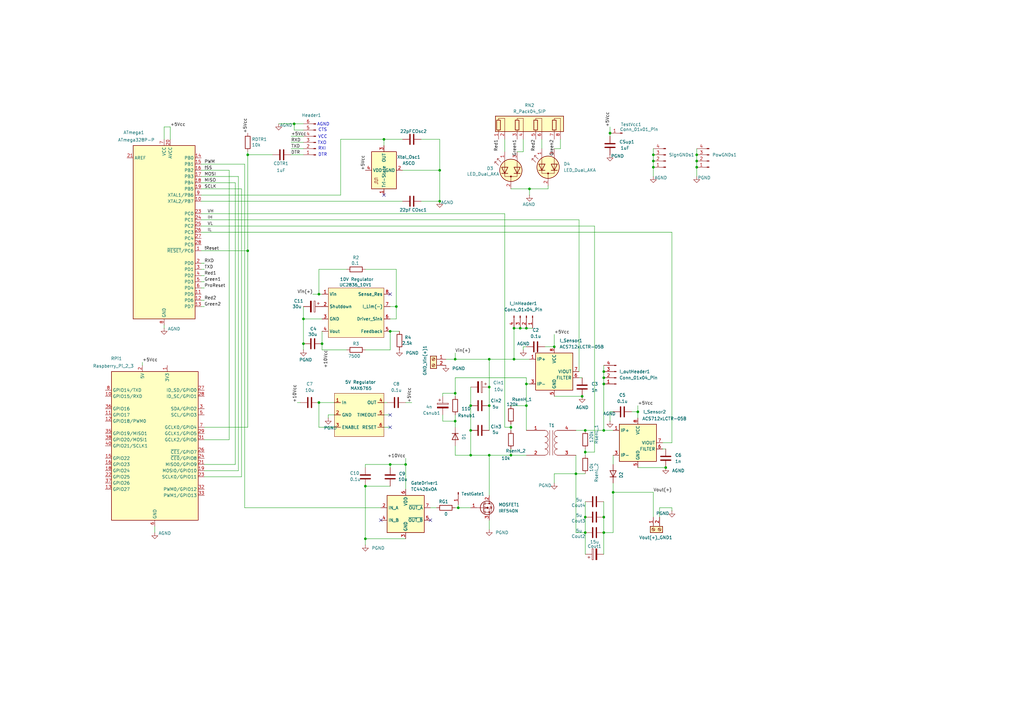
<source format=kicad_sch>
(kicad_sch (version 20250114) (generator "eeschema") (generator_version "9.0")
  (paper "A3")
  (title_block (title "EV Microgrid Flyback Converter") (company "Cal Poly, Senior Project"))
  (lib_symbols
    (symbol "C_1" (pin_numbers (hide yes)) (pin_names (offset 0.254))
      (property "Reference" "C" (at 0.635 2.54 0))
      (property "Value" "C" (at 0.635 -2.54 0))
      (symbol "C_1_1_1"
        (pin passive line (at 0 3.81 270) (length 2.794) (name "~") (number "1"))
        (pin passive line (at 0 -3.81 90) (length 2.794) (name "~") (number "2"))
      )
    )
    (symbol "Connector:Conn_01x01_Pin" (pin_names (offset 1.016) (hide yes))
      (property "Reference" "J" (at 0 2.54 0))
      (property "Value" "Conn_01x01_Pin" (at 0 -2.54 0))
      (symbol "Conn_01x01_Pin_1_1"
        (pin passive line (at 5.08 0 180) (length 3.81) (name "Pin_1") (number "1"))
      )
    )
    (symbol "Connector:Conn_01x04_Pin" (pin_names (offset 1.016) (hide yes))
      (property "Reference" "J" (at 0 5.08 0))
      (property "Value" "Conn_01x04_Pin" (at 0 -7.62 0))
      (symbol "Conn_01x04_Pin_1_1"
        (pin passive line (at 5.08 2.54 180) (length 3.81) (name "Pin_1") (number "1"))
        (pin passive line (at 5.08 0 180) (length 3.81) (name "Pin_2") (number "2"))
        (pin passive line (at 5.08 -2.54 180) (length 3.81) (name "Pin_3") (number "3"))
        (pin passive line (at 5.08 -5.08 180) (length 3.81) (name "Pin_4") (number "4"))
      )
    )
    (symbol "Connector:Raspberry_Pi_2_3"
      (property "Reference" "J" (at -17.78 31.75 0))
      (property "Value" "Raspberry_Pi_2_3" (at 10.16 -31.75 0))
      (symbol "Raspberry_Pi_2_3_1_1"
        (pin bidirectional line (at -20.32 22.86 0) (length 2.54) (name "GPIO14/TXD") (number "8"))
        (pin bidirectional line (at -20.32 20.32 0) (length 2.54) (name "GPIO15/RXD") (number "10"))
        (pin bidirectional line (at -20.32 15.24 0) (length 2.54) (name "GPIO16") (number "36"))
        (pin bidirectional line (at -20.32 12.7 0) (length 2.54) (name "GPIO17") (number "11"))
        (pin bidirectional line (at -20.32 10.16 0) (length 2.54) (name "GPIO18/PWM0") (number "12"))
        (pin bidirectional line (at -20.32 5.08 0) (length 2.54) (name "GPIO19/MISO1") (number "35"))
        (pin bidirectional line (at -20.32 2.54 0) (length 2.54) (name "GPIO20/MOSI1") (number "38"))
        (pin bidirectional line (at -20.32 0 0) (length 2.54) (name "GPIO21/SCLK1") (number "40"))
        (pin bidirectional line (at -20.32 -5.08 0) (length 2.54) (name "GPIO22") (number "15"))
        (pin bidirectional line (at -20.32 -7.62 0) (length 2.54) (name "GPIO23") (number "16"))
        (pin bidirectional line (at -20.32 -10.16 0) (length 2.54) (name "GPIO24") (number "18"))
        (pin bidirectional line (at -20.32 -12.7 0) (length 2.54) (name "GPIO25") (number "22"))
        (pin bidirectional line (at -20.32 -15.24 0) (length 2.54) (name "GPIO26") (number "37"))
        (pin bidirectional line (at -20.32 -17.78 0) (length 2.54) (name "GPIO27") (number "13"))
        (pin power_in line (at -5.08 33.02 270) (length 2.54) (name "5V") (number "2"))
        (pin passive line (at -5.08 33.02 270) (length 2.54) (hide yes) (name "5V") (number "4"))
        (pin passive line (at 0 -33.02 90) (length 2.54) (hide yes) (name "GND") (number "14"))
        (pin passive line (at 0 -33.02 90) (length 2.54) (hide yes) (name "GND") (number "20"))
        (pin passive line (at 0 -33.02 90) (length 2.54) (hide yes) (name "GND") (number "25"))
        (pin passive line (at 0 -33.02 90) (length 2.54) (hide yes) (name "GND") (number "30"))
        (pin passive line (at 0 -33.02 90) (length 2.54) (hide yes) (name "GND") (number "34"))
        (pin passive line (at 0 -33.02 90) (length 2.54) (hide yes) (name "GND") (number "39"))
        (pin power_in line (at 0 -33.02 90) (length 2.54) (name "GND") (number "6"))
        (pin passive line (at 0 -33.02 90) (length 2.54) (hide yes) (name "GND") (number "9"))
        (pin power_in line (at 5.08 33.02 270) (length 2.54) (name "3V3") (number "1"))
        (pin passive line (at 5.08 33.02 270) (length 2.54) (hide yes) (name "3V3") (number "17"))
        (pin bidirectional line (at 20.32 22.86 180) (length 2.54) (name "ID_SD/GPIO0") (number "27"))
        (pin bidirectional line (at 20.32 20.32 180) (length 2.54) (name "ID_SC/GPIO1") (number "28"))
        (pin bidirectional line (at 20.32 15.24 180) (length 2.54) (name "SDA/GPIO2") (number "3"))
        (pin bidirectional line (at 20.32 12.7 180) (length 2.54) (name "SCL/GPIO3") (number "5"))
        (pin bidirectional line (at 20.32 7.62 180) (length 2.54) (name "GCLK0/GPIO4") (number "7"))
        (pin bidirectional line (at 20.32 5.08 180) (length 2.54) (name "GCLK1/GPIO5") (number "29"))
        (pin bidirectional line (at 20.32 2.54 180) (length 2.54) (name "GCLK2/GPIO6") (number "31"))
        (pin bidirectional line (at 20.32 -2.54 180) (length 2.54) (name "~{CE1}/GPIO7") (number "26"))
        (pin bidirectional line (at 20.32 -5.08 180) (length 2.54) (name "~{CE0}/GPIO8") (number "24"))
        (pin bidirectional line (at 20.32 -7.62 180) (length 2.54) (name "MISO0/GPIO9") (number "21"))
        (pin bidirectional line (at 20.32 -10.16 180) (length 2.54) (name "MOSI0/GPIO10") (number "19"))
        (pin bidirectional line (at 20.32 -12.7 180) (length 2.54) (name "SCLK0/GPIO11") (number "23"))
        (pin bidirectional line (at 20.32 -17.78 180) (length 2.54) (name "PWM0/GPIO12") (number "32"))
        (pin bidirectional line (at 20.32 -20.32 180) (length 2.54) (name "PWM1/GPIO13") (number "33"))
      )
    )
    (symbol "Connector:Screw_Terminal_01x02" (pin_names (offset 1.016) (hide yes))
      (property "Reference" "J" (at 0 2.54 0))
      (property "Value" "Screw_Terminal_01x02" (at 0 -5.08 0))
      (symbol "Screw_Terminal_01x02_1_1"
        (pin passive line (at -5.08 0 0) (length 3.81) (name "Pin_1") (number "1"))
        (pin passive line (at -5.08 -2.54 0) (length 3.81) (name "Pin_2") (number "2"))
      )
    )
    (symbol "Device:C" (pin_numbers (hide yes)) (pin_names (offset 0.254))
      (property "Reference" "C" (at 0.635 2.54 0))
      (property "Value" "C" (at 0.635 -2.54 0))
      (symbol "C_1_1"
        (pin passive line (at 0 3.81 270) (length 2.794) (name "~") (number "1"))
        (pin passive line (at 0 -3.81 90) (length 2.794) (name "~") (number "2"))
      )
    )
    (symbol "Device:C_Polarized" (pin_numbers (hide yes)) (pin_names (offset 0.254))
      (property "Reference" "C" (at 0.635 2.54 0))
      (property "Value" "C_Polarized" (at 0.635 -2.54 0))
      (symbol "C_Polarized_1_1"
        (pin passive line (at 0 3.81 270) (length 2.794) (name "~") (number "1"))
        (pin passive line (at 0 -3.81 90) (length 2.794) (name "~") (number "2"))
      )
    )
    (symbol "Device:D" (pin_numbers (hide yes)) (pin_names (offset 1.016) (hide yes))
      (property "Reference" "D" (at 0 2.54 0))
      (property "Value" "D" (at 0 -2.54 0))
      (symbol "D_1_1"
        (pin passive line (at -3.81 0 0) (length 2.54) (name "K") (number "1"))
        (pin passive line (at 3.81 0 180) (length 2.54) (name "A") (number "2"))
      )
    )
    (symbol "Device:LED_Dual_AKA" (pin_names (offset 0) (hide yes))
      (property "Reference" "D" (at 0 5.715 0))
      (property "Value" "LED_Dual_AKA" (at 0 -6.35 0))
      (symbol "LED_Dual_AKA_1_1"
        (pin input line (at -7.62 0 0) (length 3.048) (name "K") (number "2"))
        (pin input line (at 7.62 2.54 180) (length 3.81) (name "A1") (number "1"))
        (pin input line (at 7.62 -2.54 180) (length 3.81) (name "A2") (number "3"))
      )
    )
    (symbol "Device:R" (pin_numbers (hide yes)) (pin_names (offset 0))
      (property "Reference" "R" (at 2.032 0 90))
      (property "Value" "R" (at 0 0 90))
      (symbol "R_1_1"
        (pin passive line (at 0 3.81 270) (length 1.27) (name "~") (number "1"))
        (pin passive line (at 0 -3.81 90) (length 1.27) (name "~") (number "2"))
      )
    )
    (symbol "Device:R_Pack04_SIP" (pin_names (offset 0) (hide yes))
      (property "Reference" "RN" (at -15.24 0 90))
      (property "Value" "R_Pack04_SIP" (at 15.24 0 90))
      (symbol "R_Pack04_SIP_1_1"
        (pin passive line (at -12.7 -5.08 90) (length 3.81) (name "R1.1") (number "1"))
        (pin passive line (at -10.16 -5.08 90) (length 3.81) (name "R1.2") (number "2"))
        (pin passive line (at -5.08 -5.08 90) (length 3.81) (name "R2.1") (number "3"))
        (pin passive line (at -2.54 -5.08 90) (length 3.81) (name "R2.2") (number "4"))
        (pin passive line (at 2.54 -5.08 90) (length 3.81) (name "R3.1") (number "5"))
        (pin passive line (at 5.08 -5.08 90) (length 3.81) (name "R3.2") (number "6"))
        (pin passive line (at 10.16 -5.08 90) (length 3.81) (name "R4.1") (number "7"))
        (pin passive line (at 12.7 -5.08 90) (length 3.81) (name "R4.2") (number "8"))
      )
    )
    (symbol "Device:Transformer_1P_1S" (pin_names (offset 1.016) (hide yes))
      (property "Reference" "T" (at 0 6.35 0))
      (property "Value" "Transformer_1P_1S" (at 0 -7.62 0))
      (symbol "Transformer_1P_1S_1_1"
        (pin passive line (at -10.16 5.08 0) (length 7.62) (name "AA") (number "1"))
        (pin passive line (at -10.16 -5.08 0) (length 7.62) (name "AB") (number "2"))
        (pin passive line (at 10.16 5.08 180) (length 7.62) (name "SB") (number "4"))
        (pin passive line (at 10.16 -5.08 180) (length 7.62) (name "SA") (number "3"))
      )
    )
    (symbol "Driver_FET:TC4426xOA"
      (property "Reference" "U" (at -7.62 8.89 0))
      (property "Value" "TC4426xOA" (at 1.27 8.89 0))
      (symbol "TC4426xOA_1_1"
        (pin input line (at -10.16 2.54 0) (length 2.54) (name "IN_A") (number "2"))
        (pin input line (at -10.16 -2.54 0) (length 2.54) (name "IN_B") (number "4"))
        (pin no_connect line (at -7.62 0 0) (length 2.54) (hide yes) (name "NC") (number "1"))
        (pin power_in line (at 0 10.16 270) (length 2.54) (name "VDD") (number "6"))
        (pin power_in line (at 0 -10.16 90) (length 2.54) (name "GND") (number "3"))
        (pin no_connect line (at 7.62 0 180) (length 2.54) (hide yes) (name "NC") (number "8"))
        (pin output line (at 10.16 2.54 180) (length 2.54) (name "~{OUT_A}") (number "7"))
        (pin output line (at 10.16 -2.54 180) (length 2.54) (name "~{OUT_B}") (number "5"))
      )
    )
    (symbol "MCU_Microchip_ATmega:ATmega328P-P"
      (property "Reference" "U" (at -12.7 36.83 0))
      (property "Value" "ATmega328P-P" (at 2.54 -36.83 0))
      (symbol "ATmega328P-P_1_1"
        (pin passive line (at -15.24 30.48 0) (length 2.54) (name "AREF") (number "21"))
        (pin power_in line (at 0 38.1 270) (length 2.54) (name "VCC") (number "7"))
        (pin passive line (at 0 -38.1 90) (length 2.54) (hide yes) (name "GND") (number "22"))
        (pin power_in line (at 0 -38.1 90) (length 2.54) (name "GND") (number "8"))
        (pin power_in line (at 2.54 38.1 270) (length 2.54) (name "AVCC") (number "20"))
        (pin bidirectional line (at 15.24 30.48 180) (length 2.54) (name "PB0") (number "14"))
        (pin bidirectional line (at 15.24 27.94 180) (length 2.54) (name "PB1") (number "15"))
        (pin bidirectional line (at 15.24 25.4 180) (length 2.54) (name "PB2") (number "16"))
        (pin bidirectional line (at 15.24 22.86 180) (length 2.54) (name "PB3") (number "17"))
        (pin bidirectional line (at 15.24 20.32 180) (length 2.54) (name "PB4") (number "18"))
        (pin bidirectional line (at 15.24 17.78 180) (length 2.54) (name "PB5") (number "19"))
        (pin bidirectional line (at 15.24 15.24 180) (length 2.54) (name "XTAL1/PB6") (number "9"))
        (pin bidirectional line (at 15.24 12.7 180) (length 2.54) (name "XTAL2/PB7") (number "10"))
        (pin bidirectional line (at 15.24 7.62 180) (length 2.54) (name "PC0") (number "23"))
        (pin bidirectional line (at 15.24 5.08 180) (length 2.54) (name "PC1") (number "24"))
        (pin bidirectional line (at 15.24 2.54 180) (length 2.54) (name "PC2") (number "25"))
        (pin bidirectional line (at 15.24 0 180) (length 2.54) (name "PC3") (number "26"))
        (pin bidirectional line (at 15.24 -2.54 180) (length 2.54) (name "PC4") (number "27"))
        (pin bidirectional line (at 15.24 -5.08 180) (length 2.54) (name "PC5") (number "28"))
        (pin bidirectional line (at 15.24 -7.62 180) (length 2.54) (name "~{RESET}/PC6") (number "1"))
        (pin bidirectional line (at 15.24 -12.7 180) (length 2.54) (name "PD0") (number "2"))
        (pin bidirectional line (at 15.24 -15.24 180) (length 2.54) (name "PD1") (number "3"))
        (pin bidirectional line (at 15.24 -17.78 180) (length 2.54) (name "PD2") (number "4"))
        (pin bidirectional line (at 15.24 -20.32 180) (length 2.54) (name "PD3") (number "5"))
        (pin bidirectional line (at 15.24 -22.86 180) (length 2.54) (name "PD4") (number "6"))
        (pin bidirectional line (at 15.24 -25.4 180) (length 2.54) (name "PD5") (number "11"))
        (pin bidirectional line (at 15.24 -27.94 180) (length 2.54) (name "PD6") (number "12"))
        (pin bidirectional line (at 15.24 -30.48 180) (length 2.54) (name "PD7") (number "13"))
      )
    )
    (symbol "New_Library:MAX6765"
      (property "Reference" "MAX6765" (at 0.762 0.762 0))
      (property "Value" "5V Regulator" (at 0.508 3.302 0))
      (symbol "MAX6765_1_1"
        (pin input line (at -10.16 -5.08 0) (length 2.54) (name "In") (number "1"))
        (pin input line (at -10.16 -10.16 0) (length 2.54) (name "GND") (number "2"))
        (pin input line (at -10.16 -15.24 0) (length 2.54) (name "ENABLE") (number "3"))
        (pin input line (at 10.16 -5.08 180) (length 2.54) (name "OUT") (number "4"))
        (pin input line (at 10.16 -10.16 180) (length 2.54) (name "TIMEOUT") (number "5"))
        (pin input line (at 10.16 -15.24 180) (length 2.54) (name "RESET") (number "6"))
      )
    )
    (symbol "Oscillator:ASCO"
      (property "Reference" "Y" (at -7.62 6.35 0))
      (property "Value" "ASCO" (at 1.27 -6.35 0))
      (symbol "ASCO_1_1"
        (pin input line (at -10.16 0 0) (length 2.54) (name "Tri-State") (number "1"))
        (pin power_in line (at 0 7.62 270) (length 2.54) (name "VDD") (number "4"))
        (pin power_in line (at 0 -7.62 90) (length 2.54) (name "GND") (number "2"))
        (pin output line (at 10.16 0 180) (length 2.54) (name "OUT") (number "3"))
      )
    )
    (symbol "Regulator:UC2836D"
      (property "Reference" "UC2836D" (at 0 0 0))
      (symbol "UC2836D_1_1"
        (pin input line (at -13.97 -3.81 0) (length 2.54) (name "Vin") (number "1"))
        (pin input line (at -13.97 -8.89 0) (length 2.54) (name "Shutdown") (number "2"))
        (pin output line (at -13.97 -13.97 0) (length 2.54) (name "GND") (number "3"))
        (pin output line (at -13.97 -19.05 0) (length 2.54) (name "Vout") (number "4"))
        (pin unspecified line (at 13.97 -3.81 180) (length 2.54) (name "Sense_Res") (number "8"))
        (pin output line (at 13.97 -8.89 180) (length 2.54) (name "I_Lim(-)") (number "7"))
        (pin input line (at 13.97 -13.97 180) (length 2.54) (name "Driver_Sink") (number "6"))
        (pin input line (at 13.97 -19.05 180) (length 2.54) (name "Feedback") (number "5"))
      )
    )
    (symbol "Sensor_Current:ACS712xLCTR-05B"
      (property "Reference" "U" (at 2.54 11.43 0))
      (property "Value" "ACS712xLCTR-05B" (at 2.54 8.89 0))
      (symbol "ACS712xLCTR-05B_1_1"
        (pin passive line (at -10.16 5.08 0) (length 2.54) (name "IP+") (number "1"))
        (pin passive line (at -10.16 5.08 0) (length 2.54) (hide yes) (name "IP+") (number "2"))
        (pin passive line (at -10.16 -5.08 0) (length 2.54) (name "IP-") (number "3"))
        (pin passive line (at -10.16 -5.08 0) (length 2.54) (hide yes) (name "IP-") (number "4"))
        (pin power_in line (at 0 10.16 270) (length 2.54) (name "VCC") (number "8"))
        (pin power_in line (at 0 -10.16 90) (length 2.54) (name "GND") (number "5"))
        (pin output line (at 10.16 0 180) (length 2.54) (name "VIOUT") (number "7"))
        (pin passive line (at 10.16 -2.54 180) (length 2.54) (name "FILTER") (number "6"))
      )
    )
    (symbol "Transistor_FET:IRF540N" (pin_names (hide yes))
      (property "Reference" "Q" (at 5.08 1.905 0))
      (property "Value" "IRF540N" (at 5.08 0 0))
      (symbol "IRF540N_1_1"
        (pin input line (at -5.08 0 0) (length 2.54) (name "G") (number "1"))
        (pin passive line (at 2.54 5.08 270) (length 2.54) (name "D") (number "2"))
        (pin passive line (at 2.54 -5.08 90) (length 2.54) (name "S") (number "3"))
      )
    )
    (symbol "conn_01x06_male:Conn_01x06_Male" (pin_names (offset 1.016) (hide yes))
      (property "Reference" "HeaderFTDI1" (at -6.35 -1.524 0))
      (property "Value" "Conn_01x06_Male" (at -6.35 -3.8354 0))
      (symbol "Conn_01x06_Male_1_1"
        (pin passive line (at 5.08 5.08 180) (length 3.81) (name "Pin_1") (number "1"))
        (pin passive line (at 5.08 2.54 180) (length 3.81) (name "Pin_2") (number "2"))
        (pin passive line (at 5.08 0 180) (length 3.81) (name "Pin_3") (number "3"))
        (pin passive line (at 5.08 -2.54 180) (length 3.81) (name "Pin_4") (number "4"))
        (pin passive line (at 5.08 -5.08 180) (length 3.81) (name "Pin_5") (number "5"))
        (pin passive line (at 5.08 -7.62 180) (length 3.81) (name "Pin_6") (number "6"))
      )
    )
    (symbol "power:GND" (power) (pin_numbers (hide yes)) (pin_names (offset 0) (hide yes))
      (property "Value" "GND" (at 0 -3.81 0))
      (symbol "GND_1_1"
        (pin power_in line (at 0 0 270) (length 0) (name "~") (number "1"))
      )
    )
  )
  (text "AGND\n\n" (at 132.588 52.07 0) (effects (font (size 1.27 1.27))))
  (text "VCC" (at 132.334 56.134 0) (effects (font (size 1.27 1.27))))
  (text "RXI\n" (at 132.08 60.96 0) (effects (font (size 1.27 1.27))))
  (text "CTS\n" (at 132.334 53.34 0) (effects (font (size 1.27 1.27))))
  (text "TXO\n\n" (at 132.08 59.69 0) (effects (font (size 1.27 1.27))))
  (text "DTR\n" (at 132.334 63.5 0) (effects (font (size 1.27 1.27))))
  (junction (at 285.75 68.58))
  (junction (at 187.96 208.28))
  (junction (at 209.55 175.26))
  (junction (at 193.04 166.37))
  (junction (at 217.17 77.47))
  (junction (at 285.75 63.5))
  (junction (at 285.75 66.04))
  (junction (at 240.03 185.42))
  (junction (at 200.66 186.69))
  (junction (at 186.69 172.72))
  (junction (at 238.76 162.56))
  (junction (at 247.65 154.94))
  (junction (at 273.05 191.77))
  (junction (at 130.81 165.1))
  (junction (at 247.65 176.53))
  (junction (at 250.19 54.61))
  (junction (at 215.9 166.37))
  (junction (at 210.82 134.62))
  (junction (at 240.03 212.09))
  (junction (at 240.03 176.53))
  (junction (at 120.65 50.8))
  (junction (at 160.02 135.89))
  (junction (at 267.97 66.04))
  (junction (at 124.46 130.81))
  (junction (at 251.46 201.93))
  (junction (at 213.36 134.62))
  (junction (at 180.34 69.85))
  (junction (at 227.33 142.24))
  (junction (at 101.6 63.5))
  (junction (at 186.69 147.32))
  (junction (at 157.48 57.15))
  (junction (at 261.62 168.91))
  (junction (at 236.22 194.31))
  (junction (at 247.65 157.48))
  (junction (at 130.81 120.65))
  (junction (at 149.86 199.39))
  (junction (at 101.6 102.87))
  (junction (at 267.97 68.58))
  (junction (at 215.9 157.48))
  (junction (at 215.9 134.62))
  (junction (at 240.03 218.44))
  (junction (at 166.37 190.5))
  (junction (at 149.86 220.98))
  (junction (at 247.65 212.09))
  (junction (at 210.82 147.32))
  (junction (at 267.97 63.5))
  (junction (at 193.04 176.53))
  (junction (at 247.65 218.44))
  (junction (at 200.66 166.37))
  (junction (at 247.65 152.4))
  (junction (at 200.66 158.75))
  (junction (at 162.56 125.73))
  (junction (at 200.66 147.32))
  (junction (at 132.08 140.97))
  (junction (at 209.55 186.69))
  (junction (at 180.34 82.55))
  (junction (at 186.69 161.29))
  (junction (at 160.02 190.5))
  (junction (at 193.04 186.69))
  (junction (at 124.46 140.97))
  (no_connect (at 160.02 120.65))
  (no_connect (at 160.02 175.26))
  (no_connect (at 176.53 213.36))
  (no_connect (at 156.21 213.36))
  (no_connect (at 157.48 80.01))
  (no_connect (at 160.02 170.18))
  (wire (pts (xy 130.81 175.26) (xy 130.81 165.1)))
  (wire (pts (xy 209.55 166.37) (xy 215.9 166.37)))
  (wire (pts (xy 217.17 77.47) (xy 217.17 80.01)))
  (wire (pts (xy 149.86 199.39) (xy 160.02 199.39)))
  (wire (pts (xy 236.22 194.31) (xy 236.22 218.44)))
  (wire (pts (xy 101.6 63.5) (xy 111.76 63.5)))
  (wire (pts (xy 215.9 154.94) (xy 215.9 157.48)))
  (wire (pts (xy 182.88 147.32) (xy 186.69 147.32)))
  (wire (pts (xy 67.31 133.35) (xy 67.31 134.62)))
  (wire (pts (xy 247.65 157.48) (xy 247.65 176.53)))
  (wire (pts (xy 261.62 191.77) (xy 273.05 191.77)))
  (wire (pts (xy 119.38 63.5) (xy 124.46 63.5)))
  (wire (pts (xy 209.55 173.99) (xy 209.55 175.26)))
  (wire (pts (xy 162.56 130.81) (xy 162.56 125.73)))
  (wire (pts (xy 181.61 161.29) (xy 186.69 161.29)))
  (wire (pts (xy 120.65 50.8) (xy 120.65 53.34)))
  (wire (pts (xy 67.31 57.15) (xy 67.31 52.07)))
  (wire (pts (xy 67.31 52.07) (xy 69.85 52.07)))
  (wire (pts (xy 96.52 74.93) (xy 82.55 74.93)))
  (wire (pts (xy 267.97 66.04) (xy 267.97 68.58)))
  (wire (pts (xy 139.7 57.15) (xy 139.7 80.01)))
  (wire (pts (xy 200.66 147.32) (xy 210.82 147.32)))
  (wire (pts (xy 82.55 118.11) (xy 83.82 118.11)))
  (wire (pts (xy 130.81 120.65) (xy 130.81 110.49)))
  (wire (pts (xy 162.56 125.73) (xy 160.02 125.73)))
  (wire (pts (xy 243.84 185.42) (xy 240.03 185.42)))
  (wire (pts (xy 157.48 165.1) (xy 158.75 165.1)))
  (wire (pts (xy 186.69 172.72) (xy 186.69 170.18)))
  (wire (pts (xy 82.55 87.63) (xy 207.01 87.63)))
  (wire (pts (xy 224.79 77.47) (xy 224.79 76.2)))
  (wire (pts (xy 193.04 166.37) (xy 193.04 176.53)))
  (wire (pts (xy 83.82 193.04) (xy 97.79 193.04)))
  (wire (pts (xy 210.82 134.62) (xy 210.82 147.32)))
  (wire (pts (xy 128.27 120.65) (xy 130.81 120.65)))
  (wire (pts (xy 82.55 123.19) (xy 83.82 123.19)))
  (wire (pts (xy 227.33 194.31) (xy 236.22 194.31)))
  (wire (pts (xy 207.01 87.63) (xy 207.01 175.26)))
  (wire (pts (xy 97.79 193.04) (xy 97.79 72.39)))
  (wire (pts (xy 236.22 186.69) (xy 236.22 194.31)))
  (wire (pts (xy 187.96 208.28) (xy 193.04 208.28)))
  (wire (pts (xy 247.65 212.09) (xy 247.65 205.74)))
  (wire (pts (xy 132.08 143.51) (xy 142.24 143.51)))
  (wire (pts (xy 130.81 110.49) (xy 142.24 110.49)))
  (wire (pts (xy 193.04 176.53) (xy 193.04 186.69)))
  (wire (pts (xy 285.75 68.58) (xy 285.75 72.39)))
  (wire (pts (xy 209.55 175.26) (xy 209.55 176.53)))
  (wire (pts (xy 250.19 54.61) (xy 250.19 55.88)))
  (wire (pts (xy 166.37 190.5) (xy 166.37 187.96)))
  (wire (pts (xy 82.55 82.55) (xy 165.1 82.55)))
  (wire (pts (xy 83.82 175.26) (xy 101.6 175.26)))
  (wire (pts (xy 193.04 158.75) (xy 193.04 166.37)))
  (wire (pts (xy 99.06 77.47) (xy 82.55 77.47)))
  (wire (pts (xy 223.52 142.24) (xy 227.33 142.24)))
  (wire (pts (xy 247.65 176.53) (xy 251.46 176.53)))
  (wire (pts (xy 132.08 140.97) (xy 132.08 143.51)))
  (wire (pts (xy 157.48 57.15) (xy 157.48 59.69)))
  (wire (pts (xy 270.51 208.28) (xy 270.51 212.09)))
  (wire (pts (xy 124.46 125.73) (xy 124.46 130.81)))
  (wire (pts (xy 100.33 208.28) (xy 156.21 208.28)))
  (wire (pts (xy 247.65 149.86) (xy 247.65 152.4)))
  (wire (pts (xy 247.65 152.4) (xy 247.65 154.94)))
  (wire (pts (xy 267.97 201.93) (xy 251.46 201.93)))
  (wire (pts (xy 247.65 218.44) (xy 251.46 218.44)))
  (wire (pts (xy 82.55 110.49) (xy 83.82 110.49)))
  (wire (pts (xy 162.56 110.49) (xy 162.56 125.73)))
  (wire (pts (xy 236.22 176.53) (xy 240.03 176.53)))
  (wire (pts (xy 82.55 107.95) (xy 83.82 107.95)))
  (wire (pts (xy 186.69 162.56) (xy 186.69 161.29)))
  (wire (pts (xy 251.46 218.44) (xy 251.46 201.93)))
  (wire (pts (xy 149.86 110.49) (xy 162.56 110.49)))
  (wire (pts (xy 121.92 165.1) (xy 123.19 165.1)))
  (wire (pts (xy 214.63 142.24) (xy 214.63 143.51)))
  (wire (pts (xy 101.6 62.23) (xy 101.6 63.5)))
  (wire (pts (xy 82.55 102.87) (xy 101.6 102.87)))
  (wire (pts (xy 251.46 168.91) (xy 250.19 168.91)))
  (wire (pts (xy 285.75 63.5) (xy 285.75 66.04)))
  (wire (pts (xy 250.19 168.91) (xy 250.19 172.72)))
  (wire (pts (xy 240.03 218.44) (xy 240.03 212.09)))
  (wire (pts (xy 101.6 102.87) (xy 101.6 63.5)))
  (wire (pts (xy 82.55 92.71) (xy 243.84 92.71)))
  (wire (pts (xy 271.78 181.61) (xy 275.59 181.61)))
  (wire (pts (xy 247.65 227.33) (xy 247.65 218.44)))
  (wire (pts (xy 237.49 152.4) (xy 237.49 90.17)))
  (wire (pts (xy 236.22 194.31) (xy 240.03 194.31)))
  (wire (pts (xy 222.25 57.15) (xy 222.25 60.96)))
  (wire (pts (xy 227.33 137.16) (xy 227.33 142.24)))
  (wire (pts (xy 120.65 50.8) (xy 124.46 50.8)))
  (wire (pts (xy 209.55 184.15) (xy 209.55 186.69)))
  (wire (pts (xy 58.42 148.59) (xy 58.42 149.86)))
  (wire (pts (xy 82.55 69.85) (xy 93.98 69.85)))
  (wire (pts (xy 207.01 57.15) (xy 207.01 62.23)))
  (wire (pts (xy 82.55 95.25) (xy 275.59 95.25)))
  (wire (pts (xy 160.02 135.89) (xy 163.83 135.89)))
  (wire (pts (xy 200.66 158.75) (xy 200.66 166.37)))
  (wire (pts (xy 97.79 72.39) (xy 82.55 72.39)))
  (wire (pts (xy 139.7 57.15) (xy 157.48 57.15)))
  (wire (pts (xy 259.08 168.91) (xy 261.62 168.91)))
  (wire (pts (xy 139.7 80.01) (xy 82.55 80.01)))
  (wire (pts (xy 119.38 60.96) (xy 124.46 60.96)))
  (wire (pts (xy 63.5 215.9) (xy 63.5 218.44)))
  (wire (pts (xy 267.97 60.96) (xy 267.97 63.5)))
  (wire (pts (xy 209.55 186.69) (xy 200.66 186.69)))
  (wire (pts (xy 267.97 201.93) (xy 267.97 212.09)))
  (wire (pts (xy 186.69 144.78) (xy 186.69 147.32)))
  (wire (pts (xy 215.9 157.48) (xy 215.9 166.37)))
  (wire (pts (xy 285.75 60.96) (xy 285.75 63.5)))
  (wire (pts (xy 119.38 55.88) (xy 124.46 55.88)))
  (wire (pts (xy 209.55 77.47) (xy 217.17 77.47)))
  (wire (pts (xy 181.61 170.18) (xy 181.61 172.72)))
  (wire (pts (xy 247.65 154.94) (xy 247.65 157.48)))
  (wire (pts (xy 210.82 134.62) (xy 213.36 134.62)))
  (wire (pts (xy 180.34 57.15) (xy 180.34 69.85)))
  (wire (pts (xy 237.49 90.17) (xy 82.55 90.17)))
  (wire (pts (xy 119.38 58.42) (xy 124.46 58.42)))
  (wire (pts (xy 100.33 67.31) (xy 100.33 208.28)))
  (wire (pts (xy 186.69 175.26) (xy 186.69 172.72)))
  (wire (pts (xy 137.16 165.1) (xy 130.81 165.1)))
  (wire (pts (xy 217.17 77.47) (xy 224.79 77.47)))
  (wire (pts (xy 160.02 170.18) (xy 157.48 170.18)))
  (wire (pts (xy 207.01 175.26) (xy 209.55 175.26)))
  (wire (pts (xy 236.22 218.44) (xy 240.03 218.44)))
  (wire (pts (xy 181.61 162.56) (xy 181.61 161.29)))
  (wire (pts (xy 176.53 208.28) (xy 179.07 208.28)))
  (wire (pts (xy 124.46 130.81) (xy 132.08 130.81)))
  (wire (pts (xy 270.51 208.28) (xy 275.59 208.28)))
  (wire (pts (xy 227.33 60.96) (xy 229.87 60.96)))
  (wire (pts (xy 82.55 67.31) (xy 100.33 67.31)))
  (wire (pts (xy 215.9 142.24) (xy 214.63 142.24)))
  (wire (pts (xy 160.02 190.5) (xy 160.02 191.77)))
  (wire (pts (xy 157.48 57.15) (xy 165.1 57.15)))
  (wire (pts (xy 149.86 220.98) (xy 149.86 223.52)))
  (wire (pts (xy 229.87 57.15) (xy 229.87 60.96)))
  (wire (pts (xy 124.46 143.51) (xy 124.46 140.97)))
  (wire (pts (xy 82.55 115.57) (xy 83.82 115.57)))
  (wire (pts (xy 200.66 213.36) (xy 200.66 217.17)))
  (wire (pts (xy 267.97 68.58) (xy 267.97 72.39)))
  (wire (pts (xy 160.02 130.81) (xy 162.56 130.81)))
  (wire (pts (xy 82.55 113.03) (xy 83.82 113.03)))
  (wire (pts (xy 217.17 157.48) (xy 215.9 157.48)))
  (wire (pts (xy 240.03 212.09) (xy 240.03 205.74)))
  (wire (pts (xy 200.66 147.32) (xy 200.66 158.75)))
  (wire (pts (xy 243.84 92.71) (xy 243.84 185.42)))
  (wire (pts (xy 240.03 185.42) (xy 240.03 184.15)))
  (wire (pts (xy 187.96 207.01) (xy 187.96 208.28)))
  (wire (pts (xy 166.37 165.1) (xy 168.91 165.1)))
  (wire (pts (xy 186.69 154.94) (xy 215.9 154.94)))
  (wire (pts (xy 215.9 166.37) (xy 215.9 176.53)))
  (wire (pts (xy 134.62 170.18) (xy 137.16 170.18)))
  (wire (pts (xy 186.69 161.29) (xy 186.69 154.94)))
  (wire (pts (xy 130.81 175.26) (xy 137.16 175.26)))
  (wire (pts (xy 96.52 190.5) (xy 96.52 74.93)))
  (wire (pts (xy 210.82 147.32) (xy 217.17 147.32)))
  (wire (pts (xy 200.66 166.37) (xy 200.66 176.53)))
  (wire (pts (xy 149.86 199.39) (xy 149.86 220.98)))
  (wire (pts (xy 180.34 69.85) (xy 180.34 82.55)))
  (wire (pts (xy 101.6 175.26) (xy 101.6 102.87)))
  (wire (pts (xy 186.69 186.69) (xy 186.69 182.88)))
  (wire (pts (xy 212.09 62.23) (xy 214.63 62.23)))
  (wire (pts (xy 251.46 201.93) (xy 251.46 198.12)))
  (wire (pts (xy 149.86 190.5) (xy 160.02 190.5)))
  (wire (pts (xy 186.69 186.69) (xy 193.04 186.69)))
  (wire (pts (xy 227.33 198.12) (xy 227.33 194.31)))
  (wire (pts (xy 275.59 95.25) (xy 275.59 181.61)))
  (wire (pts (xy 251.46 186.69) (xy 251.46 190.5)))
  (wire (pts (xy 149.86 191.77) (xy 149.86 190.5)))
  (wire (pts (xy 83.82 190.5) (xy 96.52 190.5)))
  (wire (pts (xy 124.46 53.34) (xy 120.65 53.34)))
  (wire (pts (xy 93.98 180.34) (xy 83.82 180.34)))
  (wire (pts (xy 160.02 175.26) (xy 157.48 175.26)))
  (wire (pts (xy 186.69 147.32) (xy 200.66 147.32)))
  (wire (pts (xy 193.04 186.69) (xy 200.66 186.69)))
  (wire (pts (xy 124.46 130.81) (xy 124.46 140.97)))
  (wire (pts (xy 240.03 227.33) (xy 240.03 218.44)))
  (wire (pts (xy 261.62 168.91) (xy 261.62 171.45)))
  (wire (pts (xy 166.37 190.5) (xy 160.02 190.5)))
  (wire (pts (xy 99.06 195.58) (xy 99.06 77.47)))
  (wire (pts (xy 240.03 176.53) (xy 247.65 176.53)))
  (wire (pts (xy 130.81 120.65) (xy 132.08 120.65)))
  (wire (pts (xy 93.98 180.34) (xy 93.98 69.85)))
  (wire (pts (xy 172.72 82.55) (xy 180.34 82.55)))
  (wire (pts (xy 261.62 166.37) (xy 261.62 168.91)))
  (wire (pts (xy 285.75 66.04) (xy 285.75 68.58)))
  (wire (pts (xy 186.69 208.28) (xy 187.96 208.28)))
  (wire (pts (xy 215.9 186.69) (xy 209.55 186.69)))
  (wire (pts (xy 82.55 125.73) (xy 83.82 125.73)))
  (wire (pts (xy 69.85 52.07) (xy 69.85 57.15)))
  (wire (pts (xy 165.1 69.85) (xy 180.34 69.85)))
  (wire (pts (xy 83.82 195.58) (xy 99.06 195.58)))
  (wire (pts (xy 267.97 63.5) (xy 267.97 66.04)))
  (wire (pts (xy 114.3 50.8) (xy 120.65 50.8)))
  (wire (pts (xy 200.66 186.69) (xy 200.66 203.2)))
  (wire (pts (xy 240.03 186.69) (xy 240.03 185.42)))
  (wire (pts (xy 275.59 208.28) (xy 275.59 209.55)))
  (wire (pts (xy 134.62 170.18) (xy 134.62 171.45)))
  (wire (pts (xy 250.19 52.07) (xy 250.19 54.61)))
  (wire (pts (xy 247.65 218.44) (xy 247.65 212.09)))
  (wire (pts (xy 215.9 134.62) (xy 218.44 134.62)))
  (wire (pts (xy 149.86 220.98) (xy 166.37 220.98)))
  (wire (pts (xy 166.37 190.5) (xy 166.37 200.66)))
  (wire (pts (xy 213.36 134.62) (xy 215.9 134.62)))
  (wire (pts (xy 238.76 154.94) (xy 237.49 154.94)))
  (wire (pts (xy 214.63 57.15) (xy 214.63 62.23)))
  (wire (pts (xy 160.02 143.51) (xy 160.02 135.89)))
  (wire (pts (xy 227.33 162.56) (xy 238.76 162.56)))
  (wire (pts (xy 273.05 184.15) (xy 271.78 184.15)))
  (wire (pts (xy 181.61 172.72) (xy 186.69 172.72)))
  (wire (pts (xy 149.86 143.51) (xy 160.02 143.51)))
  (wire (pts (xy 132.08 135.89) (xy 132.08 140.97)))
  (wire (pts (xy 180.34 57.15) (xy 172.72 57.15)))
  (label "VL" (at 85.09 92.71 0))
  (label "Vin(+)" (at 186.69 144.78 0))
  (label "Red1" (at 204.47 57.15 270))
  (label "SCLK" (at 83.82 77.47 0))
  (label "PWM" (at 83.82 67.31 0))
  (label "RXD" (at 119.38 58.42 0))
  (label "Red1" (at 83.82 113.03 0))
  (label "Vout(+)" (at 267.97 201.93 0))
  (label "Red2" (at 219.71 57.15 270))
  (label "+5Vcc" (at 168.91 165.1 90))
  (label "Vin(+)" (at 128.27 120.65 180))
  (label "ProReset" (at 83.82 118.11 0))
  (label "+5Vcc" (at 58.42 148.59 0))
  (label "MOSI" (at 83.82 72.39 0))
  (label "!SS" (at 83.82 69.85 0))
  (label "+10Vcc" (at 121.92 165.1 90))
  (label "+5Vcc" (at 149.86 69.85 90))
  (label "DTR" (at 119.38 63.5 0))
  (label "Green1" (at 83.82 115.57 0))
  (label "+5Vcc" (at 250.19 52.07 90))
  (label "MISO" (at 83.82 74.93 0))
  (label "RXD" (at 83.82 107.95 0))
  (label "IL" (at 85.09 95.25 0))
  (label "Green1" (at 212.09 57.15 270))
  (label "VH" (at 85.09 87.63 0))
  (label "+5Vcc" (at 69.85 52.07 0))
  (label "Green2" (at 227.33 57.15 270))
  (label "+5Vcc" (at 261.62 166.37 0))
  (label "Green2" (at 83.82 125.73 0))
  (label "!Reset" (at 83.82 102.87 0))
  (label "+10Vcc" (at 166.37 187.96 180))
  (label "+5Vcc" (at 227.33 137.16 0))
  (label "+5Vcc" (at 101.6 54.61 90))
  (label "IH" (at 85.09 90.17 0))
  (label "TXD" (at 83.82 110.49 0))
  (label "TXD" (at 119.38 60.96 0))
  (label "Red2" (at 83.82 123.19 0))
  (label "+10Vcc" (at 134.62 143.51 270))
  (label "+5Vcc" (at 119.38 55.88 0))
  (symbol (lib_id "power:GND") (at 275.59 209.55 0) (unit 1)
    (property "Reference" "#PWR021" (effects (hide yes)))
    (property "Value" "PGND" (at 271.78 210.566 0))
    (property "Description" "Power symbol creates a global label with name \"GND\" , ground" (effects (hide yes)))
  )
  (symbol (lib_id "Device:C") (at 196.85 176.53 270) (unit 1)
    (property "Reference" "Cin3" (at 203.454 175.006 90))
    (property "Value" "5u" (at 203.2 177.292 90))
    (property "Footprint" "Capacitor_SMD:C_0805_2012Metric" (effects (hide yes)))
    (property "Datasheet" "https://mm.digikey.com/Volume0/opasdata/d220001/medias/docus/41/CL21A475KAQNNNE_Spec.pdf" (effects (hide yes)))
    (property "Description" "Unpolarized capacitor" (effects (hide yes)))
  )
  (symbol (lib_id "power:GND") (at 273.05 191.77 0) (unit 1)
    (property "Reference" "#PWR06" (effects (hide yes)))
    (property "Value" "AGND" (at 275.59 193.0399 0) (effects (justify left)))
    (property "Description" "Power symbol creates a global label with name \"GND\" , ground" (effects (hide yes)))
  )
  (symbol (lib_id "power:GND") (at 238.76 162.56 0) (unit 1)
    (property "Reference" "#PWR04" (effects (hide yes)))
    (property "Value" "AGND" (at 236.22 167.132 0) (effects (justify left)))
    (property "Description" "Power symbol creates a global label with name \"GND\" , ground" (effects (hide yes)))
  )
  (symbol (lib_id "power:GND") (at 67.31 134.62 0) (unit 1)
    (property "Reference" "#PWR011" (effects (hide yes)))
    (property "Value" "AGND" (at 71.374 134.874 0))
    (property "Description" "Power symbol creates a global label with name \"GND\" , ground" (effects (hide yes)))
  )
  (symbol (lib_id "power:GND") (at 227.33 198.12 0) (unit 1)
    (property "Reference" "#PWR022" (effects (hide yes)))
    (property "Value" "PGND" (at 223.52 199.136 0))
    (property "Description" "Power symbol creates a global label with name \"GND\" , ground" (effects (hide yes)))
  )
  (symbol (lib_id "Device:R") (at 209.55 170.18 180) (unit 1)
    (property "Reference" "RsenH_1" (at 218.186 163.83 0) (effects (justify left)))
    (property "Value" "120k" (at 212.598 165.862 0) (effects (justify left)))
    (property "Footprint" "Resistor_SMD:R_0805_2012Metric" (effects (hide yes)))
    (property "Datasheet" "https://www.vishay.com/docs/20035/dcrcwe3.pdf" (effects (hide yes)))
    (property "Description" "Resistor" (effects (hide yes)))
  )
  (symbol (lib_id "power:GND") (at 217.17 80.01 0) (unit 1)
    (property "Reference" "#PWR08" (effects (hide yes)))
    (property "Value" "AGND" (at 216.916 83.82 0))
    (property "Description" "Power symbol creates a global label with name \"GND\" , ground" (effects (hide yes)))
  )
  (symbol (lib_name "C_1") (lib_id "Device:C") (at 162.56 165.1 90) (unit 1)
    (property "Reference" "C8" (at 162.56 157.48 90))
    (property "Value" "0.1u" (at 162.56 160.02 90))
    (property "Footprint" "Capacitor_SMD:C_0805_2012Metric" (effects (hide yes)))
    (property "Datasheet" "https://www.yageo.com/upload/media/product/productsearch/datasheet/mlcc/UPY-GPHC_X7R_6.3V-to-250V_24.pdf" (effects (hide yes)))
    (property "Description" "Unpolarized capacitor" (effects (hide yes)))
  )
  (symbol (lib_id "Device:C") (at 168.91 57.15 270) (unit 1)
    (property "Reference" "COsc2" (at 168.91 53.848 90) (effects (justify left)))
    (property "Value" "22pF" (at 164.084 53.848 90) (effects (justify left)))
    (property "Footprint" "Capacitor_SMD:C_0201_0603Metric" (effects (hide yes)))
  )
  (symbol (lib_id "Connector:Conn_01x01_Pin") (at 187.96 201.93 270) (unit 1)
    (property "Reference" "TestGate1" (at 189.23 202.5649 90) (effects (justify left)))
    (property "Value" "Conn_01x01_Pin" (effects (hide yes)))
    (property "Footprint" "Connector_JST:JST_XH_B1B-XH-AM_1x01_P2.50mm_Vertical" (effects (hide yes)))
    (property "Description" "Generic connector, single row, 01x01, script generated" (effects (hide yes)))
  )
  (symbol (lib_id "Driver_FET:TC4426xOA") (at 166.37 210.82 0) (unit 1)
    (property "Reference" "GateDriver1" (at 168.5133 198.12 0) (effects (justify left)))
    (property "Value" "TC4426xOA" (at 168.5133 200.66 0) (effects (justify left)))
    (property "Footprint" "Package_SO:SOIC-8_3.9x4.9mm_P1.27mm" (effects (hide yes)))
    (property "Datasheet" "https://ww1.microchip.com/downloads/en/DeviceDoc/20001422G.pdf" (effects (hide yes)))
    (property "Description" "1.5A Dual High-Speed Power MOSFET Drivers, 4.5...18V supply, TTL/CMOS compatible inputs, inverting drivers, SOIC-8" (effects (hide yes)))
  )
  (symbol (lib_id "Oscillator:ASCO") (at 157.48 69.85 90) (unit 1)
    (property "Reference" "Xtal_Osc1" (at 167.64 64.4046 90))
    (property "Value" "ASCO" (at 167.64 66.9446 90))
    (property "Footprint" "Oscillator:Oscillator_SMD_Abracon_ASCO-4Pin_1.6x1.2mm" (effects (hide yes)))
    (property "Datasheet" "https://abracon.com/Oscillators/ASCO.pdf" (effects (hide yes)))
    (property "Description" "Crystal Clock Oscillator, Abracon ASCO" (effects (hide yes)))
  )
  (symbol (lib_id "power:GND") (at 250.19 63.5 0) (unit 1)
    (property "Reference" "#PWR015" (effects (hide yes)))
    (property "Value" "PGND" (at 253.238 64.008 0))
    (property "Description" "Power symbol creates a global label with name \"GND\" , ground" (effects (hide yes)))
  )
  (symbol (lib_id "power:GND") (at 114.3 50.8 0) (unit 1)
    (property "Reference" "#PWR016" (effects (hide yes)))
    (property "Value" "AGND" (at 117.348 51.308 0))
    (property "Description" "Power symbol creates a global label with name \"GND\" , ground" (effects (hide yes)))
  )
  (symbol (lib_id "Device:C") (at 115.57 63.5 90) (unit 1)
    (property "Reference" "CDTR1" (at 118.364 67.056 90) (effects (justify left)))
    (property "Value" "1uF" (at 117.094 69.85 90) (effects (justify left)))
    (property "Footprint" "Capacitor_SMD:C_0402_1005Metric" (effects (hide yes)))
    (property "Datasheet" "https://mm.digikey.com/Volume0/opasdata/d220001/medias/docus/272/mlcc02_e-1307760.pdf" (effects (hide yes)))
  )
  (symbol (lib_id "Sensor_Current:ACS712xLCTR-05B") (at 227.33 152.4 0) (unit 1)
    (property "Reference" "I_Sensor1" (at 229.4733 139.7 0) (effects (justify left)))
    (property "Value" "ACS712xLCTR-05B" (at 229.4733 142.24 0) (effects (justify left)))
    (property "Footprint" "Package_SO:SOIC-8_3.9x4.9mm_P1.27mm" (effects (hide yes)))
    (property "Datasheet" "http://www.allegromicro.com/~/media/Files/Datasheets/ACS712-Datasheet.ashx?la=en" (effects (hide yes)))
    (property "Description" "±5A Bidirectional Hall-Effect Current Sensor, +5.0V supply, 185mV/A, SOIC-8" (effects (hide yes)))
  )
  (symbol (lib_id "Connector:Conn_01x04_Pin") (at 252.73 154.94 180) (unit 1)
    (property "Reference" "I_outHeader1" (at 254 152.3999 0) (effects (justify right)))
    (property "Value" "Conn_01x04_Pin" (at 254 154.9399 0) (effects (justify right)))
    (property "Footprint" "Connector_PinHeader_2.54mm:PinHeader_1x04_P2.54mm_Vertical" (effects (hide yes)))
    (property "Description" "Generic connector, single row, 01x04, script generated" (effects (hide yes)))
  )
  (symbol (lib_id "Device:C") (at 238.76 158.75 180) (unit 1)
    (property "Reference" "C3" (at 242.57 157.4799 0) (effects (justify right)))
    (property "Value" "1n" (at 242.57 160.0199 0) (effects (justify right)))
    (property "Footprint" "Capacitor_SMD:C_0805_2012Metric" (effects (hide yes)))
    (property "Description" "Unpolarized capacitor" (effects (hide yes)))
  )
  (symbol (lib_id "power:GND") (at 182.88 149.86 0) (unit 1)
    (property "Reference" "#PWR018" (effects (hide yes)))
    (property "Value" "PGND" (at 185.42 151.1299 0) (effects (justify left)))
    (property "Description" "Power symbol creates a global label with name \"GND\" , ground" (effects (hide yes)))
  )
  (symbol (lib_id "Device:C") (at 128.27 140.97 270) (unit 1)
    (property "Reference" "C4" (at 128.524 134.874 90))
    (property "Value" "30u" (at 128.27 137.16 90))
    (property "Footprint" "Capacitor_SMD:C_1206_3216Metric" (effects (hide yes)))
    (property "Datasheet" "https://product.tdk.com/system/files/dam/doc/product/capacitor/ceramic/mlcc/catalog/mlcc_commercial_general_en.pdf" (effects (hide yes)))
    (property "Description" "Unpolarized capacitor" (effects (hide yes)))
  )
  (symbol (lib_id "Connector:Conn_01x04_Pin") (at 215.9 129.54 270) (unit 1)
    (property "Reference" "I_InHeader1" (at 214.63 124.46 90))
    (property "Value" "Conn_01x04_Pin" (at 214.63 127 90))
    (property "Footprint" "Connector_PinHeader_2.54mm:PinHeader_1x04_P2.54mm_Vertical" (effects (hide yes)))
    (property "Description" "Generic connector, single row, 01x04, script generated" (effects (hide yes)))
  )
  (symbol (lib_id "Device:C_Polarized") (at 128.27 125.73 270) (unit 1)
    (property "Reference" "C11" (at 124.46 123.444 90) (effects (justify right)))
    (property "Value" "30u" (at 123.698 125.73 90) (effects (justify right)))
    (property "Footprint" "Capacitor_SMD:CP_Elec_6.3x7.7" (effects (hide yes)))
    (property "Datasheet" "https://datasheets.kyocera-avx.com/kyocera-avx-apa-series.pdf" (effects (hide yes)))
    (property "Description" "Polarized capacitor" (effects (hide yes)))
  )
  (symbol (lib_id "Device:D") (at 186.69 179.07 270) (unit 1)
    (property "Reference" "D1" (at 190.246 179.07 0))
    (property "Value" "D" (effects (hide yes)))
    (property "Footprint" "Package_TO_SOT_SMD:TO-252-3_TabPin2" (effects (hide yes)))
    (property "Datasheet" "https://www.onsemi.com/pdf/datasheet/mbrd835l-d.pdf" (effects (hide yes)))
    (property "Description" "Diode" (effects (hide yes)))
    (property "Sim.Device" "D" (effects (hide yes)))
    (property "Sim.Pins" "1=K 2=A" (effects (hide yes)))
  )
  (symbol (lib_id "power:GND") (at 163.83 143.51 0) (unit 1)
    (property "Reference" "#PWR014" (effects (hide yes)))
    (property "Value" "PGND" (at 166.37 144.7799 0) (effects (justify left)))
    (property "Description" "Power symbol creates a global label with name \"GND\" , ground" (effects (hide yes)))
  )
  (symbol (lib_id "Device:C") (at 250.19 59.69 0) (unit 1)
    (property "Reference" "CSup1" (at 254 58.166 0) (effects (justify left)))
    (property "Value" "1uF" (at 254.508 60.706 0) (effects (justify left)))
    (property "Footprint" "Capacitor_SMD:C_0402_1005Metric" (effects (hide yes)))
    (property "Datasheet" "https://mm.digikey.com/Volume0/opasdata/d220001/medias/docus/272/mlcc02_e-1307760.pdf" (effects (hide yes)))
  )
  (symbol (lib_id "Device:R") (at 101.6 58.42 180) (unit 1)
    (property "Reference" "RDTR1" (at 109.474 57.15 0) (effects (justify left)))
    (property "Value" "10k" (at 106.934 59.436 0) (effects (justify left)))
    (property "Footprint" "Resistor_SMD:R_0805_2012Metric" (effects (hide yes)))
    (property "Datasheet" "https://www.susumu.co.jp/common/pdf/n_catalog_partition05_en.pdf" (effects (hide yes)))
    (property "Description" "Resistor" (effects (hide yes)))
  )
  (symbol (lib_id "Device:C") (at 243.84 218.44 90) (unit 1)
    (property "Reference" "Cout2" (at 237.236 219.964 90))
    (property "Value" "5u" (at 237.49 217.678 90))
    (property "Footprint" "Capacitor_SMD:C_0805_2012Metric" (effects (hide yes)))
    (property "Datasheet" "https://mm.digikey.com/Volume0/opasdata/d220001/medias/docus/41/CL21A475KAQNNNE_Spec.pdf" (effects (hide yes)))
    (property "Description" "Unpolarized capacitor" (effects (hide yes)))
  )
  (symbol (lib_id "Device:C") (at 196.85 166.37 270) (unit 1)
    (property "Reference" "Cin2" (at 203.454 164.338 90))
    (property "Value" "5u" (at 203.2 166.878 90))
    (property "Footprint" "Capacitor_SMD:C_0805_2012Metric" (effects (hide yes)))
    (property "Datasheet" "https://mm.digikey.com/Volume0/opasdata/d220001/medias/docus/41/CL21A475KAQNNNE_Spec.pdf" (effects (hide yes)))
    (property "Description" "Unpolarized capacitor" (effects (hide yes)))
  )
  (symbol (lib_id "Device:R") (at 146.05 143.51 90) (unit 1)
    (property "Reference" "R3" (at 147.32 140.97 90) (effects (justify left)))
    (property "Value" "7500" (at 147.828 146.05 90) (effects (justify left)))
    (property "Footprint" "Resistor_SMD:R_0805_2012Metric" (effects (hide yes)))
    (property "Datasheet" "https://www.vishay.com/docs/60026/ptn.pdf" (effects (hide yes)))
    (property "Description" "Resistor" (effects (hide yes)))
  )
  (symbol (lib_id "Sensor_Current:ACS712xLCTR-05B") (at 261.62 181.61 0) (unit 1)
    (property "Reference" "I_Sensor2" (at 263.7633 168.91 0) (effects (justify left)))
    (property "Value" "ACS712xLCTR-05B" (at 263.398 171.704 0) (effects (justify left)))
    (property "Footprint" "Package_SO:SOIC-8_3.9x4.9mm_P1.27mm" (effects (hide yes)))
    (property "Datasheet" "http://www.allegromicro.com/~/media/Files/Datasheets/ACS712-Datasheet.ashx?la=en" (effects (hide yes)))
    (property "Description" "±5A Bidirectional Hall-Effect Current Sensor, +5.0V supply, 185mV/A, SOIC-8" (effects (hide yes)))
  )
  (symbol (lib_id "Device:LED_Dual_AKA") (at 224.79 68.58 90) (unit 1)
    (property "Reference" "D4" (at 231.14 67.2464 90) (effects (justify right)))
    (property "Value" "LED_Dual_AKA" (at 231.14 69.7864 90) (effects (justify right)))
    (property "Footprint" "FlybackSpecialtyComps:LED_3pin_P2.54mm" (effects (hide yes)))
    (property "Datasheet" "https://www.americanbrightled.com/pdffiles/led-components/through-hole/BL-BEG204-7-E.pdf" (effects (hide yes)))
    (property "Description" "Dual LED, common cathode on pin 2" (effects (hide yes)))
  )
  (symbol (lib_id "Device:C_Polarized") (at 181.61 166.37 0) (unit 1)
    (property "Reference" "Csnub1" (at 180.594 169.418 0) (effects (justify right)))
    (property "Value" "4n" (at 177.292 166.878 0) (effects (justify right)))
    (property "Footprint" "Capacitor_SMD:C_0805_2012Metric" (effects (hide yes)))
    (property "Datasheet" "https://www.yageogroup.com/content/datasheet/asset/file/KEM_C1003_C0G_SMD" (effects (hide yes)))
    (property "Description" "Polarized capacitor" (effects (hide yes)))
  )
  (symbol (lib_id "power:GND") (at 134.62 171.45 0) (unit 1)
    (property "Reference" "#PWR023" (effects (hide yes)))
    (property "Value" "PGND" (at 132.842 175.514 0) (effects (justify left)))
    (property "Description" "Power symbol creates a global label with name \"GND\" , ground" (effects (hide yes)))
  )
  (symbol (lib_id "MCU_Microchip_ATmega:ATmega328P-P") (at 67.31 95.25 0) (unit 1)
    (property "Reference" "ATmega1" (at 54.864 54.356 0))
    (property "Value" "ATmega328P-P" (at 55.88 57.404 0))
    (property "Footprint" "Package_DIP:DIP-28_W7.62mm" (effects (hide yes)))
    (property "Datasheet" "http://ww1.microchip.com/downloads/en/DeviceDoc/ATmega328_P%20AVR%20MCU%20with%20picoPower%20Technology%20Data%20Sheet%2040001984A.pdf" (effects (hide yes)))
    (property "Description" "20MHz, 32kB Flash, 2kB SRAM, 1kB EEPROM, DIP-28" (effects (hide yes)))
  )
  (symbol (lib_id "power:GND") (at 124.46 143.51 0) (unit 1)
    (property "Reference" "#PWR013" (effects (hide yes)))
    (property "Value" "PGND" (at 122.682 147.574 0) (effects (justify left)))
    (property "Description" "Power symbol creates a global label with name \"GND\" , ground" (effects (hide yes)))
  )
  (symbol (lib_id "Device:LED_Dual_AKA") (at 209.55 69.85 90) (unit 1)
    (property "Reference" "D3" (at 199.644 69.088 90) (effects (justify right)))
    (property "Value" "LED_Dual_AKA" (at 191.516 71.374 90) (effects (justify right)))
    (property "Footprint" "FlybackSpecialtyComps:LED_3pin_P2.54mm" (effects (hide yes)))
    (property "Datasheet" "https://www.americanbrightled.com/pdffiles/led-components/through-hole/BL-BEG204-7-E.pdf" (effects (hide yes)))
    (property "Description" "Dual LED, common cathode on pin 2" (effects (hide yes)))
  )
  (symbol (lib_id "Device:C_Polarized") (at 196.85 158.75 270) (unit 1)
    (property "Reference" "Cin1" (at 204.47 156.972 90))
    (property "Value" "10u" (at 204.47 159.766 90))
    (property "Footprint" "Capacitor_SMD:CP_Elec_5x4.5" (effects (hide yes)))
    (property "Datasheet" "~https://industrial.panasonic.com/cdbs/www-data/pdf/AAB8000/AAB8000C175.pdf" (effects (hide yes)))
    (property "Description" "Polarized capacitor" (effects (hide yes)))
  )
  (symbol (lib_id "Device:R") (at 209.55 180.34 180) (unit 1)
    (property "Reference" "RsenH_2" (at 215.646 184.912 0) (effects (justify left)))
    (property "Value" "10k" (at 209.296 187.96 0) (effects (justify left)))
    (property "Footprint" "Resistor_SMD:R_0402_1005Metric_Pad0.72x0.64mm_HandSolder" (effects (hide yes)))
    (property "Datasheet" "https://www.yageo.com/upload/media/product/products/datasheet/rchip/PYu-RC_Group_51_RoHS_L_12.pdf" (effects (hide yes)))
    (property "Description" "Resistor" (effects (hide yes)))
  )
  (symbol (lib_id "Device:R") (at 240.03 180.34 0) (unit 1)
    (property "Reference" "RsenL_1" (at 244.602 182.118 90) (effects (justify left)))
    (property "Value" "120k" (at 242.57 181.6099 90) (effects (justify left)))
    (property "Footprint" "Resistor_SMD:R_0805_2012Metric" (effects (hide yes)))
    (property "Description" "Resistor" (effects (hide yes)))
  )
  (symbol (lib_id "power:GND") (at 63.5 218.44 0) (unit 1)
    (property "Reference" "#PWR012" (effects (hide yes)))
    (property "Value" "AGND" (at 67.564 218.694 0))
    (property "Description" "Power symbol creates a global label with name \"GND\" , ground" (effects (hide yes)))
  )
  (symbol (lib_id "Device:R") (at 146.05 110.49 90) (unit 1)
    (property "Reference" "R2" (at 147.32 105.664 90) (effects (justify left)))
    (property "Value" "0.1" (at 147.3199 107.95 90) (effects (justify left)))
    (property "Footprint" "Resistor_THT:R_Axial_DIN0414_L11.9mm_D4.5mm_P15.24mm_Horizontal" (effects (hide yes)))
    (property "Description" "Resistor" (effects (hide yes)))
  )
  (symbol (lib_id "power:GND") (at 285.75 72.39 0) (unit 1)
    (property "Reference" "#PWR020" (effects (hide yes)))
    (property "Value" "PGND" (at 288.798 72.898 0))
    (property "Description" "Power symbol creates a global label with name \"GND\" , ground" (effects (hide yes)))
  )
  (symbol (lib_id "Device:R") (at 182.88 208.28 90) (unit 1)
    (property "Reference" "RG1" (at 183.896 205.74 90) (effects (justify left)))
    (property "Value" "0" (at 183.642 210.82 90) (effects (justify left)))
    (property "Footprint" "Resistor_SMD:R_0603_1608Metric" (effects (hide yes)))
    (property "Datasheet" "https://www.yageo.com/upload/media/product/products/datasheet/rchip/PYu-RC_Group_51_RoHS_L_12.pdf" (effects (hide yes)))
    (property "Description" "Resistor" (effects (hide yes)))
  )
  (symbol (lib_id "power:GND") (at 267.97 72.39 0) (unit 1)
    (property "Reference" "#PWR017" (effects (hide yes)))
    (property "Value" "AGND" (at 271.018 72.898 0))
    (property "Description" "Power symbol creates a global label with name \"GND\" , ground" (effects (hide yes)))
  )
  (symbol (lib_id "New_Library:MAX6765") (at 147.32 160.02 0) (unit 1)
    (property "Reference" "MAX6765" (at 148.082 159.258 0))
    (property "Value" "5V Regulator" (at 147.828 156.718 0))
    (property "Footprint" "FlybackSpecialtyComps:Max6765" (effects (hide yes)))
    (property "Datasheet" "https://www.mouser.com/datasheet/2/609/MAX6765_MAX6774-3470695.pdf" (effects (hide yes)))
  )
  (symbol (lib_id "Connector:Conn_01x04_Pin") (at 273.05 66.04 180) (unit 1)
    (property "Reference" "SignGNDs1" (at 274.32 63.4999 0) (effects (justify right)))
    (property "Value" "Conn_01x04_Pin" (effects (hide yes)))
    (property "Footprint" "Connector_PinHeader_2.54mm:PinHeader_1x04_P2.54mm_Vertical" (effects (hide yes)))
    (property "Description" "Generic connector, single row, 01x04, script generated" (effects (hide yes)))
  )
  (symbol (lib_id "power:GND") (at 200.66 217.17 0) (unit 1)
    (property "Reference" "#PWR019" (effects (hide yes)))
    (property "Value" "PGND" (at 203.2 218.4399 0) (effects (justify left)))
    (property "Description" "Power symbol creates a global label with name \"GND\" , ground" (effects (hide yes)))
  )
  (symbol (lib_id "power:GND") (at 214.63 143.51 0) (unit 1)
    (property "Reference" "#PWR03" (effects (hide yes)))
    (property "Value" "AGND" (at 214.63 140.97 0))
    (property "Description" "Power symbol creates a global label with name \"GND\" , ground" (effects (hide yes)))
  )
  (symbol (lib_id "Device:C") (at 255.27 168.91 270) (unit 1)
    (property "Reference" "C5" (at 255.27 162.052 90))
    (property "Value" "0.1u" (at 255.27 164.592 90))
    (property "Footprint" "Capacitor_SMD:C_0805_2012Metric" (effects (hide yes)))
    (property "Datasheet" "https://www.yageo.com/upload/media/product/productsearch/datasheet/mlcc/UPY-GPHC_X7R_6.3V-to-250V_24.pdf" (effects (hide yes)))
    (property "Description" "Unpolarized capacitor" (effects (hide yes)))
  )
  (symbol (lib_id "Connector:Conn_01x01_Pin") (at 255.27 54.61 180) (unit 1)
    (property "Reference" "TestVcc1" (at 258.826 51.054 0))
    (property "Value" "Conn_01x01_Pin" (at 262.128 53.086 0))
    (property "Footprint" "Connector_PinHeader_1.00mm:PinHeader_1x01_P1.00mm_Vertical" (effects (hide yes)))
    (property "Description" "Generic connector, single row, 01x01, script generated" (effects (hide yes)))
  )
  (symbol (lib_id "conn_01x06_male:Conn_01x06_Male") (at 129.54 58.42 180) (unit 1)
    (property "Reference" "Header1" (at 123.698 47.244 0) (effects (justify right)))
    (property "Value" "Conn_01x06_Male" (effects (hide yes)))
    (property "Footprint" "FlybackSpecialtyComps:FTDI_USB_TTL_Header" (effects (hide yes)))
  )
  (symbol (lib_id "Device:C") (at 219.71 142.24 270) (unit 1)
    (property "Reference" "C2" (at 219.71 135.382 90))
    (property "Value" "0.1u" (at 219.71 137.922 90))
    (property "Footprint" "Capacitor_SMD:C_0805_2012Metric" (effects (hide yes)))
    (property "Datasheet" "https://www.yageo.com/upload/media/product/productsearch/datasheet/mlcc/UPY-GPHC_X7R_6.3V-to-250V_24.pdf" (effects (hide yes)))
    (property "Description" "Unpolarized capacitor" (effects (hide yes)))
  )
  (symbol (lib_id "Device:C") (at 160.02 195.58 180) (unit 1)
    (property "Reference" "C9" (at 163.576 194.31 0) (effects (justify right)))
    (property "Value" "10u" (at 163.322 196.596 0) (effects (justify right)))
    (property "Footprint" "Capacitor_SMD:C_0805_2012Metric" (effects (hide yes)))
    (property "Datasheet" "https://www.knowlescapacitors.com/getattachment/6c8d48ef-fc2b-4752-ae2c-ce6c208de0c4/High-Capacitance-Chip.aspx" (effects (hide yes)))
    (property "Description" "Unpolarized capacitor" (effects (hide yes)))
  )
  (symbol (lib_id "Connector:Screw_Terminal_01x02") (at 267.97 217.17 90) (mirror x) (unit 1)
    (property "Reference" "Vout(+)_GND1" (at 262.128 220.472 90) (effects (justify right)))
    (property "Value" "Screw_Terminal_01x02" (effects (hide yes)))
    (property "Footprint" "TerminalBlock:TerminalBlock_MaiXu_MX126-5.0-02P_1x02_P5.00mm" (effects (hide yes)))
    (property "Description" "Generic screw terminal, single row, 01x02, script generated (kicad-library-utils/schlib/autogen/connector/)" (effects (hide yes)))
  )
  (symbol (lib_id "Connector:Screw_Terminal_01x02") (at 177.8 147.32 0) (mirror y) (unit 1)
    (property "Reference" "GND_Vin(+)1" (at 174.244 147.828 90))
    (property "Value" "Screw_Terminal_01x02" (effects (hide yes)))
    (property "Footprint" "TerminalBlock:TerminalBlock_MaiXu_MX126-5.0-02P_1x02_P5.00mm" (effects (hide yes)))
    (property "Description" "Generic screw terminal, single row, 01x02, script generated (kicad-library-utils/schlib/autogen/connector/)" (effects (hide yes)))
  )
  (symbol (lib_id "Device:C") (at 243.84 205.74 90) (unit 1)
    (property "Reference" "Cout4" (at 237.236 207.264 90))
    (property "Value" "5u" (at 237.49 204.978 90))
    (property "Footprint" "Capacitor_SMD:C_0805_2012Metric" (effects (hide yes)))
    (property "Datasheet" "https://mm.digikey.com/Volume0/opasdata/d220001/medias/docus/41/CL21A475KAQNNNE_Spec.pdf" (effects (hide yes)))
    (property "Description" "Unpolarized capacitor" (effects (hide yes)))
  )
  (symbol (lib_id "Device:R") (at 163.83 139.7 180) (unit 1)
    (property "Reference" "R4" (at 168.656 138.43 0) (effects (justify left)))
    (property "Value" "2.5k" (at 169.164 140.716 0) (effects (justify left)))
    (property "Footprint" "Resistor_SMD:R_0805_2012Metric" (effects (hide yes)))
    (property "Datasheet" "https://www.vishay.com/docs/31010/rcwpm.pdf\\" (effects (hide yes)))
    (property "Description" "Resistor" (effects (hide yes)))
  )
  (symbol (lib_id "Connector:Raspberry_Pi_2_3") (at 63.5 182.88 0) (unit 1)
    (property "Reference" "RPi1" (at 45.466 147.066 0) (effects (justify left)))
    (property "Value" "Raspberry_Pi_2_3" (at 38.1 150.114 0) (effects (justify left)))
    (property "Footprint" "FlybackSpecialtyComps:Raspberry_Pi_Zero_and_Four" (effects (hide yes)))
    (property "Datasheet" "https://www.raspberrypi.org/documentation/hardware/raspberrypi/schematics/rpi_SCH_3bplus_1p0_reduced.pdf" (effects (hide yes)))
    (property "Description" "expansion header for Raspberry Pi 2 & 3" (effects (hide yes)))
  )
  (symbol (lib_id "power:GND") (at 149.86 223.52 0) (unit 1)
    (property "Reference" "#PWR010" (effects (hide yes)))
    (property "Value" "PGND" (at 152.4 224.7899 0) (effects (justify left)))
    (property "Description" "Power symbol creates a global label with name \"GND\" , ground" (effects (hide yes)))
  )
  (symbol (lib_id "Device:R") (at 186.69 166.37 0) (unit 1)
    (property "Reference" "Rsnub1" (at 187.706 170.434 0) (effects (justify left)))
    (property "Value" "110" (at 189.23 167.6399 0) (effects (justify left)))
    (property "Footprint" "Resistor_SMD:R_0805_2012Metric" (effects (hide yes)))
    (property "Datasheet" "https://www.koaspeer.com/pdfs/RK73H.pdf" (effects (hide yes)))
    (property "Description" "Resistor" (effects (hide yes)))
  )
  (symbol (lib_id "power:GND") (at 180.34 82.55 0) (unit 1)
    (property "Reference" "#PWR07" (effects (hide yes)))
    (property "Value" "AGND" (at 183.388 83.058 0))
    (property "Description" "Power symbol creates a global label with name \"GND\" , ground" (effects (hide yes)))
  )
  (symbol (lib_id "Device:R_Pack04_SIP") (at 217.17 52.07 0) (unit 1)
    (property "Reference" "RN2" (at 217.17 43.18 0))
    (property "Value" "R_Pack04_SIP" (at 217.17 45.72 0))
    (property "Footprint" "Resistor_THT:R_Array_SIP8" (effects (hide yes)))
    (property "Datasheet" "http://www.vishay.com/docs/31509/csc.pdf" (effects (hide yes)))
    (property "Description" "4 resistor network, parallel topology, SIP package" (effects (hide yes)))
  )
  (symbol (lib_id "Device:Transformer_1P_1S") (at 226.06 181.61 0) (unit 1)
    (property "Reference" "T1" (at 226.314 174.498 0))
    (property "Value" "Transformer_1P_1S" (effects (hide yes)))
    (property "Footprint" "FlybackSpecialtyComps:transformers" (effects (hide yes)))
    (property "Description" "Transformer, single primary, single secondary" (effects (hide yes)))
  )
  (symbol (lib_id "Device:R") (at 240.03 190.5 0) (unit 1)
    (property "Reference" "RsenL_2" (at 244.602 197.866 90) (effects (justify left)))
    (property "Value" "10k" (at 242.57 193.548 90) (effects (justify left)))
    (property "Footprint" "Resistor_SMD:R_0805_2012Metric" (effects (hide yes)))
    (property "Description" "Resistor" (effects (hide yes)))
  )
  (symbol (lib_id "Device:C") (at 149.86 195.58 180) (unit 1)
    (property "Reference" "C10" (at 143.51 194.056 0) (effects (justify right)))
    (property "Value" "0.1u" (at 143.51 196.596 0) (effects (justify right)))
    (property "Footprint" "Capacitor_SMD:C_0805_2012Metric" (effects (hide yes)))
    (property "Datasheet" "https://www.yageo.com/upload/media/product/productsearch/datasheet/mlcc/UPY-GPHC_X7R_6.3V-to-250V_24.pdf" (effects (hide yes)))
    (property "Description" "Unpolarized capacitor" (effects (hide yes)))
  )
  (symbol (lib_id "power:GND") (at 250.19 172.72 0) (unit 1)
    (property "Reference" "#PWR05" (effects (hide yes)))
    (property "Value" "AGND" (at 249.936 169.672 0))
    (property "Description" "Power symbol creates a global label with name \"GND\" , ground" (effects (hide yes)))
  )
  (symbol (lib_id "Regulator:UC2836D") (at 146.05 116.84 0) (unit 1)
    (property "Reference" "UC2836_10V1" (at 145.796 116.84 0))
    (property "Value" "10V Regulator" (at 146.304 114.554 0))
    (property "Footprint" "FlybackSpecialtyComps:UC2836" (effects (hide yes)))
  )
  (symbol (lib_id "Device:C") (at 127 165.1 270) (unit 1)
    (property "Reference" "C7" (at 127 157.48 90))
    (property "Value" "10u" (at 127 160.02 90))
    (property "Footprint" "Capacitor_SMD:C_0805_2012Metric" (effects (hide yes)))
    (property "Datasheet" "https://www.knowlescapacitors.com/getattachment/6c8d48ef-fc2b-4752-ae2c-ce6c208de0c4/High-Capacitance-Chip.aspx" (effects (hide yes)))
    (property "Description" "Unpolarized capacitor" (effects (hide yes)))
  )
  (symbol (lib_id "Transistor_FET:IRF540N") (at 198.12 208.28 0) (unit 1)
    (property "Reference" "MOSFET1" (at 204.47 207.0099 0) (effects (justify left)))
    (property "Value" "IRF540N" (at 204.47 209.5499 0) (effects (justify left)))
    (property "Footprint" "Package_TO_SOT_THT:TO-220-3_Vertical" (effects (hide yes)))
    (property "Datasheet" "http://www.irf.com/product-info/datasheets/data/irf540n.pdf" (effects (hide yes)))
    (property "Description" "33A Id, 100V Vds, HEXFET N-Channel MOSFET, TO-220" (effects (hide yes)))
  )
  (symbol (lib_id "Device:C_Polarized") (at 243.84 227.33 90) (unit 1)
    (property "Reference" "Cout1" (at 243.84 224.028 90))
    (property "Value" "15u" (at 243.84 222.25 90))
    (property "Footprint" "Capacitor_SMD:CP_Elec_5x4.5" (effects (hide yes)))
    (property "Datasheet" "https://industrial.panasonic.com/cdbs/www-data/pdf/AAB8000/AAB8000C175.pdf" (effects (hide yes)))
    (property "Description" "Polarized capacitor" (effects (hide yes)))
  )
  (symbol (lib_id "Device:C") (at 243.84 212.09 90) (unit 1)
    (property "Reference" "Cout3" (at 237.236 213.614 90))
    (property "Value" "5u" (at 237.49 211.328 90))
    (property "Footprint" "Capacitor_SMD:C_0805_2012Metric" (effects (hide yes)))
    (property "Datasheet" "https://mm.digikey.com/Volume0/opasdata/d220001/medias/docus/41/CL21A475KAQNNNE_Spec.pdf" (effects (hide yes)))
    (property "Description" "Unpolarized capacitor" (effects (hide yes)))
  )
  (symbol (lib_id "Connector:Conn_01x04_Pin") (at 290.83 66.04 180) (unit 1)
    (property "Reference" "PowGNDs1" (at 292.1 63.4999 0) (effects (justify right)))
    (property "Value" "Conn_01x04_Pin" (effects (hide yes)))
    (property "Footprint" "Connector_PinHeader_2.54mm:PinHeader_1x04_P2.54mm_Vertical" (effects (hide yes)))
    (property "Description" "Generic connector, single row, 01x04, script generated" (effects (hide yes)))
  )
  (symbol (lib_id "Device:C") (at 273.05 187.96 180) (unit 1)
    (property "Reference" "C6" (at 276.86 186.6899 0) (effects (justify right)))
    (property "Value" "1n" (at 276.86 189.2299 0) (effects (justify right)))
    (property "Footprint" "Capacitor_SMD:C_0805_2012Metric" (effects (hide yes)))
    (property "Description" "Unpolarized capacitor" (effects (hide yes)))
  )
  (symbol (lib_id "Device:C") (at 168.91 82.55 270) (unit 1)
    (property "Reference" "COsc1" (at 168.91 86.106 90) (effects (justify left)))
    (property "Value" "22pF" (at 163.83 86.106 90) (effects (justify left)))
    (property "Footprint" "Capacitor_SMD:C_0201_0603Metric" (effects (hide yes)))
  )
  (symbol (lib_id "Device:D") (at 251.46 194.31 90) (unit 1)
    (property "Reference" "D2" (at 254.762 194.818 0))
    (property "Value" "D" (effects (hide yes)))
    (property "Footprint" "Package_TO_SOT_SMD:TO-252-3_TabPin2" (effects (hide yes)))
    (property "Datasheet" "https://www.onsemi.com/pdf/datasheet/mbrd835l-d.pdf" (effects (hide yes)))
    (property "Description" "Diode" (effects (hide yes)))
    (property "Sim.Device" "D" (effects (hide yes)))
    (property "Sim.Pins" "1=K 2=A" (effects (hide yes)))
  )
)
</source>
